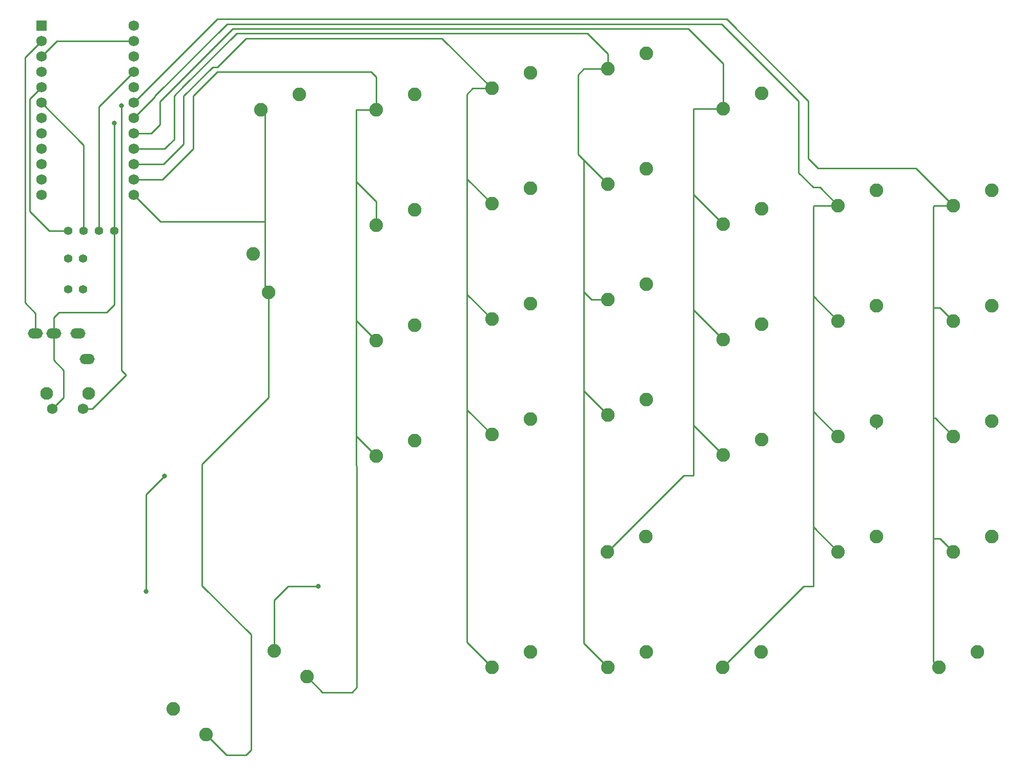
<source format=gtl>
G04 #@! TF.GenerationSoftware,KiCad,Pcbnew,5.1.10*
G04 #@! TF.CreationDate,2021-07-25T23:07:30-04:00*
G04 #@! TF.ProjectId,v04_right,7630345f-7269-4676-9874-2e6b69636164,rev?*
G04 #@! TF.SameCoordinates,Original*
G04 #@! TF.FileFunction,Copper,L1,Top*
G04 #@! TF.FilePolarity,Positive*
%FSLAX46Y46*%
G04 Gerber Fmt 4.6, Leading zero omitted, Abs format (unit mm)*
G04 Created by KiCad (PCBNEW 5.1.10) date 2021-07-25 23:07:30*
%MOMM*%
%LPD*%
G01*
G04 APERTURE LIST*
G04 #@! TA.AperFunction,ComponentPad*
%ADD10O,2.500000X1.700000*%
G04 #@! TD*
G04 #@! TA.AperFunction,ComponentPad*
%ADD11C,2.100000*%
G04 #@! TD*
G04 #@! TA.AperFunction,ComponentPad*
%ADD12C,1.750000*%
G04 #@! TD*
G04 #@! TA.AperFunction,ComponentPad*
%ADD13C,2.250000*%
G04 #@! TD*
G04 #@! TA.AperFunction,ComponentPad*
%ADD14C,1.397000*%
G04 #@! TD*
G04 #@! TA.AperFunction,ComponentPad*
%ADD15R,1.752600X1.752600*%
G04 #@! TD*
G04 #@! TA.AperFunction,ComponentPad*
%ADD16C,1.752600*%
G04 #@! TD*
G04 #@! TA.AperFunction,ViaPad*
%ADD17C,0.800000*%
G04 #@! TD*
G04 #@! TA.AperFunction,Conductor*
%ADD18C,0.250000*%
G04 #@! TD*
G04 APERTURE END LIST*
D10*
X-174731250Y-82268750D03*
X-176231250Y-78068750D03*
X-180231250Y-78068750D03*
X-183231250Y-78068750D03*
D11*
X-174418750Y-87997500D03*
D12*
X-175418750Y-90487500D03*
X-180418750Y-90487500D03*
D11*
X-181428750Y-87997500D03*
D13*
X-101490000Y-73197500D03*
X-107840000Y-75737500D03*
X-101435000Y-130651250D03*
X-107785000Y-133191250D03*
X-82385000Y-111601250D03*
X-88735000Y-114141250D03*
X-63335000Y-130651250D03*
X-69685000Y-133191250D03*
X-63303750Y-95578000D03*
X-69653750Y-98118000D03*
X-63303750Y-76528000D03*
X-69653750Y-79068000D03*
X-63303750Y-38428000D03*
X-69653750Y-40968000D03*
X-25241250Y-111601250D03*
X-31591250Y-114141250D03*
X-27622500Y-130651250D03*
X-33972500Y-133191250D03*
X-147260000Y-64991000D03*
X-144720000Y-71341000D03*
X-120590000Y-57676000D03*
X-126940000Y-60216000D03*
X-63303750Y-57478000D03*
X-69653750Y-60018000D03*
X-120590000Y-38626000D03*
X-126940000Y-41166000D03*
D14*
X-177800000Y-70802500D03*
X-177800000Y-65722500D03*
X-175418750Y-65722500D03*
X-175418750Y-70802500D03*
X-170180000Y-61118750D03*
X-172720000Y-61118750D03*
X-175260000Y-61118750D03*
X-177800000Y-61118750D03*
D15*
X-182245000Y-27305000D03*
D16*
X-182245000Y-29845000D03*
X-182245000Y-32385000D03*
X-182245000Y-34925000D03*
X-182245000Y-37465000D03*
X-182245000Y-40005000D03*
X-182245000Y-42545000D03*
X-182245000Y-45085000D03*
X-182245000Y-47625000D03*
X-182245000Y-50165000D03*
X-182245000Y-52705000D03*
X-167005000Y-55245000D03*
X-167005000Y-52705000D03*
X-167005000Y-50165000D03*
X-167005000Y-47625000D03*
X-167005000Y-45085000D03*
X-167005000Y-42545000D03*
X-167005000Y-40005000D03*
X-167005000Y-37465000D03*
X-167005000Y-34925000D03*
X-167005000Y-32385000D03*
X-167005000Y-29845000D03*
X-182245000Y-55245000D03*
X-167005000Y-27305000D03*
D13*
X-143781909Y-130515295D03*
X-138407205Y-134744557D03*
X-82321500Y-130663250D03*
X-88671500Y-133203250D03*
X-160450659Y-140040295D03*
X-155075955Y-144269557D03*
X-120590000Y-95776000D03*
X-126940000Y-98316000D03*
X-101490000Y-92247500D03*
X-107840000Y-94787500D03*
X-82340000Y-88990750D03*
X-88690000Y-91530750D03*
X-44291250Y-111601250D03*
X-50641250Y-114141250D03*
X-120590000Y-76726000D03*
X-126940000Y-79266000D03*
X-82340000Y-69940750D03*
X-88690000Y-72480750D03*
X-44291250Y-92551250D03*
X-50641250Y-95091250D03*
X-25241250Y-92551250D03*
X-31591250Y-95091250D03*
X-101490000Y-54147500D03*
X-107840000Y-56687500D03*
X-82340000Y-50890750D03*
X-88690000Y-53430750D03*
X-44291250Y-73501250D03*
X-50641250Y-76041250D03*
X-25241250Y-73501250D03*
X-31591250Y-76041250D03*
X-139640000Y-38638500D03*
X-145990000Y-41178500D03*
X-101490000Y-35097500D03*
X-107840000Y-37637500D03*
X-82340000Y-31840750D03*
X-88690000Y-34380750D03*
X-44291250Y-54451250D03*
X-50641250Y-56991250D03*
X-25241250Y-54451250D03*
X-31591250Y-56991250D03*
D17*
X-164972692Y-120650000D03*
X-161925000Y-101600000D03*
X-136525000Y-119856250D03*
X-170180000Y-43338750D03*
X-169068750Y-40481250D03*
D18*
X-44291250Y-92551250D02*
X-44291250Y-93821250D01*
X-164972692Y-120650000D02*
X-164972692Y-104647692D01*
X-164972692Y-104647692D02*
X-161925000Y-101600000D01*
X-161925000Y-101600000D02*
X-161925000Y-101600000D01*
X-143781909Y-130515295D02*
X-143781909Y-122124341D01*
X-143781909Y-122124341D02*
X-141513818Y-119856250D01*
X-141513818Y-119856250D02*
X-136525000Y-119856250D01*
X-136525000Y-119856250D02*
X-136525000Y-119856250D01*
X-31591250Y-56991250D02*
X-34766250Y-56991250D01*
X-34766250Y-56991250D02*
X-34925000Y-57150000D01*
X-33813750Y-111918750D02*
X-34925000Y-111918750D01*
X-31591250Y-114141250D02*
X-33813750Y-111918750D01*
X-34607500Y-92075000D02*
X-34925000Y-92075000D01*
X-31591250Y-95091250D02*
X-34607500Y-92075000D01*
X-34925000Y-92075000D02*
X-34925000Y-111918750D01*
X-31591250Y-76041250D02*
X-33813750Y-73818750D01*
X-33813750Y-73818750D02*
X-34925000Y-73818750D01*
X-34925000Y-73818750D02*
X-34925000Y-92075000D01*
X-34925000Y-57150000D02*
X-34925000Y-73818750D01*
X-34925000Y-132238750D02*
X-33972500Y-133191250D01*
X-34925000Y-111918750D02*
X-34925000Y-132238750D01*
X-69056250Y-26193750D02*
X-153193750Y-26193750D01*
X-55562500Y-39687500D02*
X-69056250Y-26193750D01*
X-55562500Y-49212500D02*
X-55562500Y-39687500D01*
X-53975000Y-50800000D02*
X-55562500Y-49212500D01*
X-153193750Y-26193750D02*
X-167005000Y-40005000D01*
X-37782500Y-50800000D02*
X-53975000Y-50800000D01*
X-31591250Y-56991250D02*
X-37782500Y-50800000D01*
X-50641250Y-56991250D02*
X-54610000Y-56991250D01*
X-54610000Y-56991250D02*
X-54768750Y-57150000D01*
X-54768750Y-71913750D02*
X-50641250Y-76041250D01*
X-54768750Y-90963750D02*
X-50641250Y-95091250D01*
X-54768750Y-57150000D02*
X-54768750Y-71437500D01*
X-54768750Y-71437500D02*
X-54768750Y-71913750D01*
X-54768750Y-110013750D02*
X-50641250Y-114141250D01*
X-54768750Y-71437500D02*
X-54768750Y-90487500D01*
X-54768750Y-90487500D02*
X-54768750Y-90963750D01*
X-54768750Y-109537500D02*
X-54768750Y-119856250D01*
X-54768750Y-90487500D02*
X-54768750Y-109537500D01*
X-54768750Y-109537500D02*
X-54768750Y-110013750D01*
X-56350000Y-119856250D02*
X-69685000Y-133191250D01*
X-54768750Y-119856250D02*
X-56350000Y-119856250D01*
X-163512500Y-39052500D02*
X-167005000Y-42545000D01*
X-163512500Y-38893750D02*
X-163512500Y-39052500D01*
X-69850000Y-26987500D02*
X-151606250Y-26987500D01*
X-151606250Y-26987500D02*
X-163512500Y-38893750D01*
X-57150000Y-39687500D02*
X-69850000Y-26987500D01*
X-54768750Y-53975000D02*
X-57150000Y-51593750D01*
X-53657500Y-53975000D02*
X-54768750Y-53975000D01*
X-57150000Y-51593750D02*
X-57150000Y-39687500D01*
X-50641250Y-56991250D02*
X-53657500Y-53975000D01*
X-69653750Y-40968000D02*
X-74543250Y-40968000D01*
X-74543250Y-55128500D02*
X-69653750Y-60018000D01*
X-74543250Y-74178500D02*
X-69653750Y-79068000D01*
X-74543250Y-40968000D02*
X-74543250Y-54597000D01*
X-74543250Y-54597000D02*
X-74543250Y-55128500D01*
X-74543250Y-93228500D02*
X-69653750Y-98118000D01*
X-74543250Y-54597000D02*
X-74543250Y-73647000D01*
X-74543250Y-73647000D02*
X-74543250Y-74178500D01*
X-74543250Y-92799500D02*
X-74543250Y-101530750D01*
X-74543250Y-73647000D02*
X-74543250Y-92799500D01*
X-74543250Y-92799500D02*
X-74543250Y-93228500D01*
X-76124500Y-101530750D02*
X-88735000Y-114141250D01*
X-74543250Y-101530750D02*
X-76124500Y-101530750D01*
X-162718750Y-43656250D02*
X-164147500Y-45085000D01*
X-150655160Y-27781250D02*
X-162718750Y-39844840D01*
X-75406250Y-27781250D02*
X-150655160Y-27781250D01*
X-164147500Y-45085000D02*
X-167005000Y-45085000D01*
X-162718750Y-39844840D02*
X-162718750Y-43656250D01*
X-69653750Y-33533750D02*
X-75406250Y-27781250D01*
X-69653750Y-40968000D02*
X-69653750Y-33533750D01*
X-88690000Y-34380750D02*
X-92627000Y-34380750D01*
X-92627000Y-34380750D02*
X-93611250Y-35365000D01*
X-93611250Y-35365000D02*
X-93611250Y-48509500D01*
X-91420500Y-72480750D02*
X-88690000Y-72480750D01*
X-92642875Y-71258375D02*
X-91420500Y-72480750D01*
X-93611250Y-48509500D02*
X-92642875Y-49477875D01*
X-92642875Y-49477875D02*
X-88690000Y-53430750D01*
X-92642875Y-87577875D02*
X-88690000Y-91530750D01*
X-92642875Y-70464625D02*
X-92642875Y-87577875D01*
X-92642875Y-49477875D02*
X-92642875Y-70464625D01*
X-92642875Y-70464625D02*
X-92642875Y-71258375D01*
X-92642875Y-129231875D02*
X-88671500Y-133203250D01*
X-92642875Y-87577875D02*
X-92642875Y-129231875D01*
X-161131250Y-46831250D02*
X-161925000Y-47625000D01*
X-161925000Y-47625000D02*
X-167005000Y-47625000D01*
X-88690000Y-31960000D02*
X-92075000Y-28575000D01*
X-88690000Y-34380750D02*
X-88690000Y-31960000D01*
X-92075000Y-28575000D02*
X-150018750Y-28575000D01*
X-150018750Y-28575000D02*
X-158750000Y-37306250D01*
X-158750000Y-37306250D02*
X-160337500Y-38893750D01*
X-160337500Y-38893750D02*
X-160337500Y-46037500D01*
X-160337500Y-46037500D02*
X-161131250Y-46831250D01*
X-107840000Y-37637500D02*
X-111015000Y-37637500D01*
X-111015000Y-37637500D02*
X-111967500Y-38590000D01*
X-111967500Y-52560000D02*
X-107840000Y-56687500D01*
X-111967500Y-71610000D02*
X-107840000Y-75737500D01*
X-111967500Y-38590000D02*
X-111967500Y-52083750D01*
X-111967500Y-52083750D02*
X-111967500Y-52560000D01*
X-111967500Y-90660000D02*
X-107840000Y-94787500D01*
X-111967500Y-52083750D02*
X-111967500Y-71133750D01*
X-111967500Y-71133750D02*
X-111967500Y-71610000D01*
X-111967500Y-90183750D02*
X-111967500Y-90660000D01*
X-111967500Y-129008750D02*
X-107785000Y-133191250D01*
X-111967500Y-89742500D02*
X-111967500Y-129008750D01*
X-111967500Y-71133750D02*
X-111967500Y-89742500D01*
X-111967500Y-89742500D02*
X-111967500Y-90183750D01*
X-162083750Y-50165000D02*
X-167005000Y-50165000D01*
X-158750000Y-46831250D02*
X-162083750Y-50165000D01*
X-107840000Y-37637500D02*
X-116108750Y-29368750D01*
X-116108750Y-29368750D02*
X-148431250Y-29368750D01*
X-148431250Y-29368750D02*
X-153193750Y-34131250D01*
X-153193750Y-34131250D02*
X-153987500Y-34131250D01*
X-158750000Y-38893750D02*
X-158750000Y-46831250D01*
X-153987500Y-34131250D02*
X-158750000Y-38893750D01*
X-126940000Y-41166000D02*
X-130210250Y-41166000D01*
X-130210250Y-41166000D02*
X-130273750Y-41229500D01*
X-130178500Y-95077500D02*
X-126940000Y-98316000D01*
X-130273750Y-95077500D02*
X-130178500Y-95077500D01*
X-130178500Y-76027500D02*
X-130273750Y-76027500D01*
X-126940000Y-79266000D02*
X-130178500Y-76027500D01*
X-126940000Y-56342500D02*
X-130273750Y-53008750D01*
X-126940000Y-60216000D02*
X-126940000Y-56342500D01*
X-130273750Y-53008750D02*
X-130273750Y-76027500D01*
X-130273750Y-41229500D02*
X-130273750Y-53008750D01*
X-130273750Y-76027500D02*
X-130273750Y-89521250D01*
X-130273750Y-89521250D02*
X-130273750Y-94555000D01*
X-130273750Y-94555000D02*
X-130273750Y-95077500D01*
X-126940000Y-41166000D02*
X-126940000Y-35778750D01*
X-126940000Y-35778750D02*
X-127793750Y-34925000D01*
X-127793750Y-34925000D02*
X-153193750Y-34925000D01*
X-153193750Y-34925000D02*
X-157162500Y-38893750D01*
X-157162500Y-38893750D02*
X-157162500Y-47625000D01*
X-162242500Y-52705000D02*
X-167005000Y-52705000D01*
X-157162500Y-47625000D02*
X-162242500Y-52705000D01*
X-135833012Y-137318750D02*
X-138407205Y-134744557D01*
X-130968750Y-137318750D02*
X-135833012Y-137318750D01*
X-130175000Y-100012500D02*
X-130175000Y-136525000D01*
X-130273750Y-99913750D02*
X-130175000Y-100012500D01*
X-130175000Y-136525000D02*
X-130968750Y-137318750D01*
X-130273750Y-94555000D02*
X-130273750Y-99913750D01*
X-145990000Y-41178500D02*
X-145990000Y-42067500D01*
X-145355000Y-41813500D02*
X-145990000Y-41178500D01*
X-144720000Y-71341000D02*
X-145355000Y-70706000D01*
X-162620000Y-59630000D02*
X-167005000Y-55245000D01*
X-145355000Y-59630000D02*
X-162620000Y-59630000D01*
X-145355000Y-70706000D02*
X-145355000Y-59630000D01*
X-145355000Y-59630000D02*
X-145355000Y-41813500D01*
X-147637500Y-127793750D02*
X-147637500Y-146843750D01*
X-147637500Y-146843750D02*
X-148431250Y-147637500D01*
X-155707057Y-119724193D02*
X-147637500Y-127793750D01*
X-155707057Y-99629557D02*
X-155707057Y-119724193D01*
X-148431250Y-147637500D02*
X-151708012Y-147637500D01*
X-144720000Y-88642500D02*
X-155707057Y-99629557D01*
X-151708012Y-147637500D02*
X-155075955Y-144269557D01*
X-144720000Y-71341000D02*
X-144720000Y-88642500D01*
X-172720000Y-40640000D02*
X-167005000Y-34925000D01*
X-172720000Y-61118750D02*
X-172720000Y-40640000D01*
X-177800000Y-61118750D02*
X-180975000Y-61118750D01*
X-180975000Y-61118750D02*
X-184150000Y-57943750D01*
X-184150000Y-39370000D02*
X-182245000Y-37465000D01*
X-184150000Y-57943750D02*
X-184150000Y-39370000D01*
X-175418750Y-60960000D02*
X-175260000Y-61118750D01*
X-175260000Y-46990000D02*
X-182245000Y-40005000D01*
X-175260000Y-61118750D02*
X-175260000Y-46990000D01*
X-179705000Y-29845000D02*
X-182245000Y-32385000D01*
X-167005000Y-29845000D02*
X-179705000Y-29845000D01*
X-170180000Y-61118750D02*
X-170180000Y-43338750D01*
X-170180000Y-43338750D02*
X-170180000Y-43338750D01*
X-180418750Y-90487500D02*
X-178593750Y-88662500D01*
X-178593750Y-88662500D02*
X-178593750Y-84137500D01*
X-180231250Y-82500000D02*
X-180231250Y-78068750D01*
X-178593750Y-84137500D02*
X-180231250Y-82500000D01*
X-171450000Y-74612500D02*
X-170180000Y-73342500D01*
X-170180000Y-73342500D02*
X-170180000Y-61118750D01*
X-179387500Y-74612500D02*
X-171450000Y-74612500D01*
X-180231250Y-75456250D02*
X-179387500Y-74612500D01*
X-180231250Y-78068750D02*
X-180231250Y-75456250D01*
X-175418750Y-90487500D02*
X-173831250Y-90487500D01*
X-173831250Y-90487500D02*
X-170656250Y-87312500D01*
X-170656250Y-87312500D02*
X-168275000Y-84931250D01*
X-168275000Y-84931250D02*
X-169068750Y-84137500D01*
X-169068750Y-84137500D02*
X-169068750Y-40481250D01*
X-169068750Y-40481250D02*
X-169068750Y-40481250D01*
X-183231250Y-78068750D02*
X-183231250Y-74737500D01*
X-183231250Y-74737500D02*
X-184943750Y-73025000D01*
X-184943750Y-32543750D02*
X-182245000Y-29845000D01*
X-184943750Y-73025000D02*
X-184943750Y-32543750D01*
M02*

</source>
